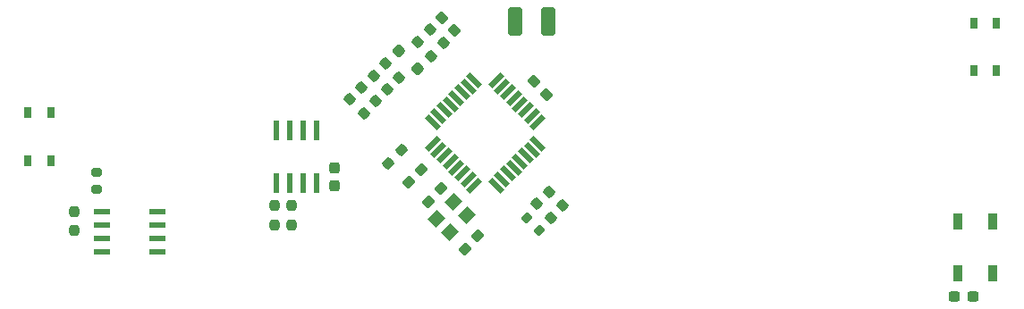
<source format=gtp>
G04 #@! TF.GenerationSoftware,KiCad,Pcbnew,9.0.1-9.0.1-0~ubuntu24.04.1*
G04 #@! TF.CreationDate,2025-04-20T11:34:57-06:00*
G04 #@! TF.ProjectId,Controller,436f6e74-726f-46c6-9c65-722e6b696361,rev?*
G04 #@! TF.SameCoordinates,Original*
G04 #@! TF.FileFunction,Paste,Top*
G04 #@! TF.FilePolarity,Positive*
%FSLAX46Y46*%
G04 Gerber Fmt 4.6, Leading zero omitted, Abs format (unit mm)*
G04 Created by KiCad (PCBNEW 9.0.1-9.0.1-0~ubuntu24.04.1) date 2025-04-20 11:34:57*
%MOMM*%
%LPD*%
G01*
G04 APERTURE LIST*
G04 Aperture macros list*
%AMRoundRect*
0 Rectangle with rounded corners*
0 $1 Rounding radius*
0 $2 $3 $4 $5 $6 $7 $8 $9 X,Y pos of 4 corners*
0 Add a 4 corners polygon primitive as box body*
4,1,4,$2,$3,$4,$5,$6,$7,$8,$9,$2,$3,0*
0 Add four circle primitives for the rounded corners*
1,1,$1+$1,$2,$3*
1,1,$1+$1,$4,$5*
1,1,$1+$1,$6,$7*
1,1,$1+$1,$8,$9*
0 Add four rect primitives between the rounded corners*
20,1,$1+$1,$2,$3,$4,$5,0*
20,1,$1+$1,$4,$5,$6,$7,0*
20,1,$1+$1,$6,$7,$8,$9,0*
20,1,$1+$1,$8,$9,$2,$3,0*%
%AMRotRect*
0 Rectangle, with rotation*
0 The origin of the aperture is its center*
0 $1 length*
0 $2 width*
0 $3 Rotation angle, in degrees counterclockwise*
0 Add horizontal line*
21,1,$1,$2,0,0,$3*%
G04 Aperture macros list end*
%ADD10RoundRect,0.237500X-0.044194X-0.380070X0.380070X0.044194X0.044194X0.380070X-0.380070X-0.044194X0*%
%ADD11RoundRect,0.073750X-0.716250X-0.221250X0.716250X-0.221250X0.716250X0.221250X-0.716250X0.221250X0*%
%ADD12R,0.558800X1.981200*%
%ADD13R,0.711200X0.990600*%
%ADD14RotRect,1.300000X1.100000X225.000000*%
%ADD15RoundRect,0.237500X-0.344715X0.008839X0.008839X-0.344715X0.344715X-0.008839X-0.008839X0.344715X0*%
%ADD16RoundRect,0.200000X0.335876X0.053033X0.053033X0.335876X-0.335876X-0.053033X-0.053033X-0.335876X0*%
%ADD17RoundRect,0.237500X0.344715X-0.008839X-0.008839X0.344715X-0.344715X0.008839X0.008839X-0.344715X0*%
%ADD18RoundRect,0.237500X0.044194X0.380070X-0.380070X-0.044194X-0.044194X-0.380070X0.380070X0.044194X0*%
%ADD19RoundRect,0.250000X0.353553X0.000000X0.000000X0.353553X-0.353553X0.000000X0.000000X-0.353553X0*%
%ADD20RotRect,1.600000X0.550000X45.000000*%
%ADD21RotRect,1.600000X0.550000X135.000000*%
%ADD22RoundRect,0.237500X0.008839X0.344715X-0.344715X-0.008839X-0.008839X-0.344715X0.344715X0.008839X0*%
%ADD23RoundRect,0.237500X-0.380070X0.044194X0.044194X-0.380070X0.380070X-0.044194X-0.044194X0.380070X0*%
%ADD24RoundRect,0.250000X0.412500X1.100000X-0.412500X1.100000X-0.412500X-1.100000X0.412500X-1.100000X0*%
%ADD25RoundRect,0.237500X0.237500X-0.250000X0.237500X0.250000X-0.237500X0.250000X-0.237500X-0.250000X0*%
%ADD26R,0.900000X1.500000*%
%ADD27RoundRect,0.200000X-0.275000X0.200000X-0.275000X-0.200000X0.275000X-0.200000X0.275000X0.200000X0*%
%ADD28RoundRect,0.237500X0.300000X0.237500X-0.300000X0.237500X-0.300000X-0.237500X0.300000X-0.237500X0*%
%ADD29RoundRect,0.237500X0.237500X-0.300000X0.237500X0.300000X-0.237500X0.300000X-0.237500X-0.300000X0*%
%ADD30RoundRect,0.237500X-0.237500X0.250000X-0.237500X-0.250000X0.237500X-0.250000X0.237500X0.250000X0*%
G04 APERTURE END LIST*
D10*
X160350120Y-173761880D03*
X161569880Y-172542120D03*
D11*
X136540850Y-176550000D03*
X136540850Y-177820000D03*
X136540850Y-179090000D03*
X136540850Y-180360000D03*
X131290850Y-180360000D03*
X131290850Y-176550000D03*
X131290850Y-177820000D03*
X131290850Y-179090000D03*
D12*
X151585000Y-168876200D03*
X150315000Y-168876200D03*
X149045000Y-168876200D03*
X147775000Y-168876200D03*
X147775000Y-173803800D03*
X149045000Y-173803800D03*
X150315000Y-173803800D03*
X151585000Y-173803800D03*
D13*
X124320002Y-171690002D03*
X124320002Y-167190000D03*
X126470000Y-171690002D03*
X126470000Y-167190000D03*
X213820002Y-163180002D03*
X213820002Y-158680000D03*
X215970000Y-163180002D03*
X215970000Y-158680000D03*
D14*
X164569664Y-175592764D03*
X162943318Y-177219110D03*
X164216110Y-178491902D03*
X165842456Y-176865556D03*
D15*
X173776765Y-177123529D03*
X172486295Y-175833059D03*
D16*
X171552637Y-177140637D03*
X172719363Y-178307363D03*
D17*
X173660000Y-174676000D03*
X174950470Y-175966470D03*
D10*
X165669293Y-180079551D03*
X166889053Y-178859791D03*
D18*
X163400475Y-174362428D03*
X162180715Y-175582188D03*
D19*
X161187353Y-163046396D03*
X159419587Y-161278630D03*
D20*
X162594897Y-170113305D03*
X163160583Y-170678990D03*
X163726268Y-171244676D03*
X164291953Y-171810361D03*
X164857639Y-172376047D03*
X165423324Y-172941732D03*
X165989010Y-173507417D03*
X166554695Y-174073103D03*
D21*
X168605305Y-174073103D03*
X169170990Y-173507417D03*
X169736676Y-172941732D03*
X170302361Y-172376047D03*
X170868047Y-171810361D03*
X171433732Y-171244676D03*
X171999417Y-170678990D03*
X172565103Y-170113305D03*
D20*
X172565103Y-168062695D03*
X171999417Y-167497010D03*
X171433732Y-166931324D03*
X170868047Y-166365639D03*
X170302361Y-165799953D03*
X169736676Y-165234268D03*
X169170990Y-164668583D03*
X168605305Y-164102897D03*
D21*
X166554695Y-164102897D03*
X165989010Y-164668583D03*
X165423324Y-165234268D03*
X164857639Y-165799953D03*
X164291953Y-166365639D03*
X163726268Y-166931324D03*
X163160583Y-167497010D03*
X162594897Y-168062695D03*
D15*
X154801221Y-165928749D03*
X156091691Y-167219219D03*
D17*
X162472705Y-161791748D03*
X161182235Y-160501278D03*
D15*
X162346765Y-159298765D03*
X163637235Y-160589235D03*
X158134235Y-162533278D03*
X159424705Y-163823748D03*
X157003861Y-163675841D03*
X158294331Y-164966311D03*
D17*
X157176033Y-166087026D03*
X155885563Y-164796556D03*
D22*
X159658303Y-170717876D03*
X158367833Y-172008346D03*
D23*
X163484480Y-158189668D03*
X164704240Y-159409428D03*
X172198210Y-164234300D03*
X173417970Y-165454060D03*
D24*
X173525495Y-158528772D03*
X170400495Y-158528772D03*
D25*
X149285001Y-177826300D03*
X149285001Y-176001300D03*
D26*
X212320000Y-182400000D03*
X215620000Y-182400000D03*
X215620000Y-177500000D03*
X212320000Y-177500000D03*
D27*
X130790000Y-172805000D03*
X130790000Y-174455000D03*
D28*
X213760000Y-184610000D03*
X212035000Y-184610000D03*
D29*
X153315000Y-174123800D03*
X153315000Y-172398800D03*
D30*
X128680000Y-176547500D03*
X128680000Y-178372500D03*
D25*
X147635000Y-177826300D03*
X147635000Y-176001300D03*
M02*

</source>
